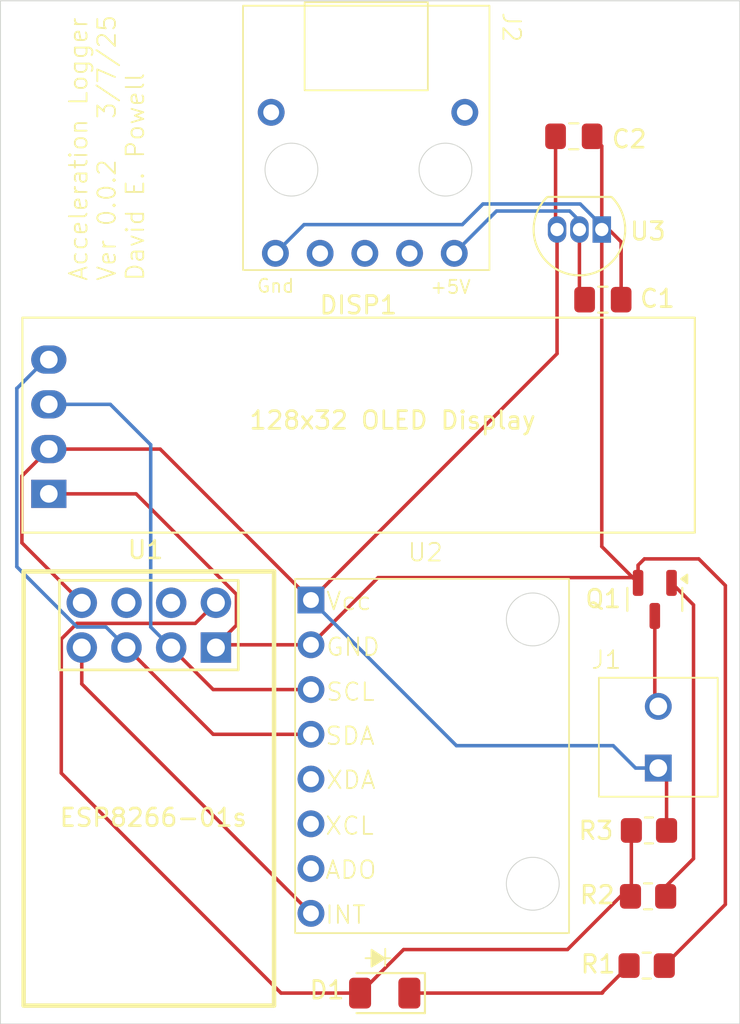
<source format=kicad_pcb>
(kicad_pcb (version 20240108) (generator "pcbnew") (generator_version "8.0")
  (layers (0 "F.Cu" signal) (31 "B.Cu" signal) (34 "B.Paste" user) (35 "F.Paste" user) (36 "B.SilkS" user "B.Silkscreen") (37 "F.SilkS" user "F.Silkscreen") (38 "B.Mask" user) (39 "F.Mask" user) (44 "Edge.Cuts" user))
  (net 0 "")
  (net 1 "Net-(DISP1-SCL)")
  (net 2 "Net-(DISP1-SDA)")
  (net 3 "Earth")
  (net 4 "+3V3")
  (net 5 "Net-(J1-Pin_2)")
  (net 6 "Net-(Q1-B)")
  (net 9 "Net-(D1-A)")
  (net 13 "Net-(D1-K)")
  (net 14 "Net-(U1-GPIO3{slash}U0RXD)")
  (net 16 "/+5V")
  (footprint "Resistor_SMD:R_0805_2012Metric_Pad1.20x1.40mm_HandSolder" (layer "F.Cu") (at 157.44 119.46)
    (property "Reference" "R2" (at -2.89 -0.08 0) (layer "F.SilkS"))
    (property "Value" "1K" (hide yes))
    (fp_line (start -0.227064 -0.735) (end 0.227064 -0.735) (stroke (width 0.12)) (layer "F.SilkS"))
    (fp_line (start -0.227064 0.735) (end 0.227064 0.735) (stroke (width 0.12)) (layer "F.SilkS"))
    (pad "1" smd roundrect (at -1 0) (size 1.2 1.4) (layers "F.Cu" "F.Paste" "F.Mask") (roundrect_rratio 0.208333) (net 9 "Net-(D1-A)"))
    (pad "2" smd roundrect (at 1 0) (size 1.2 1.4) (layers "F.Cu" "F.Paste" "F.Mask") (roundrect_rratio 0.208333) (net 6 "Net-(Q1-B)"))
  )
  (footprint "Capacitor_SMD:C_0805_2012Metric_Pad1.18x1.45mm_HandSolder" (layer "F.Cu") (at 154.8725 85.6)
    (property "Reference" "C1" (at 3.0975 -0.06 0) (layer "F.SilkS"))
    (property "Value" "1 uF" (hide yes))
    (fp_line (start -0.261252 -0.735) (end 0.261252 -0.735) (stroke (width 0.12)) (layer "F.SilkS"))
    (fp_line (start -0.261252 0.735) (end 0.261252 0.735) (stroke (width 0.12)) (layer "F.SilkS"))
    (pad "1" smd roundrect (at -1.0375 0) (size 1.175 1.45) (layers "F.Cu" "F.Paste" "F.Mask") (roundrect_rratio 0.212766) (net 16 "/+5V"))
    (pad "2" smd roundrect (at 1.0375 0) (size 1.175 1.45) (layers "F.Cu" "F.Paste" "F.Mask") (roundrect_rratio 0.212766) (net 3 "Earth"))
  )
  (footprint "Capacitor_SMD:C_0805_2012Metric_Pad1.18x1.45mm_HandSolder" (layer "F.Cu") (at 153.2225 76.33)
    (property "Reference" "C2" (at 3.1475 0.16 0) (layer "F.SilkS"))
    (property "Value" "1 uF" (hide yes))
    (fp_line (start -0.261252 -0.735) (end 0.261252 -0.735) (stroke (width 0.12)) (layer "F.SilkS"))
    (fp_line (start -0.261252 0.735) (end 0.261252 0.735) (stroke (width 0.12)) (layer "F.SilkS"))
    (pad "1" smd roundrect (at -1.0375 0) (size 1.175 1.45) (layers "F.Cu" "F.Paste" "F.Mask") (roundrect_rratio 0.212766) (net 4 "+3V3"))
    (pad "2" smd roundrect (at 1.0375 0) (size 1.175 1.45) (layers "F.Cu" "F.Paste" "F.Mask") (roundrect_rratio 0.212766) (net 3 "Earth"))
  )
  (footprint "Davids_Footprints:OLED_0.91_128x32" (layer "F.Cu") (at 123.3707 96.6102)
    (property "Reference" "DISP1" (at 17.6093 -10.7002 0) (layer "F.SilkS"))
    (property "Value" "128x32_OLED_Display" (hide yes))
    (fp_rect (start -1.4732 2.2098) (end 36.7268 -9.9902) (stroke (width 0.12)) (fill none) (layer "F.SilkS"))
    (fp_text user "128x32 OLED Display" (at 19.558 -4.1656 0) (layer "F.SilkS"))
    (pad "1" thru_hole rect (at 0.0268 0.0098) (size 2 1.6) (drill 1) (layers "*.Cu" "*.Mask" "In1.Cu" "In2.Cu" "In3.Cu" "In4.Cu" "In5.Cu" "In6.Cu" "In7.Cu" "In8.Cu" "In9.Cu" "In10.Cu" "In11.Cu" "In12.Cu" "In13.Cu" "In14.Cu" "In15.Cu" "In16.Cu" "In17.Cu" "In18.Cu" "In19.Cu" "In20.Cu" "In21.Cu" "In22.Cu" "In23.Cu" "In24.Cu" "In25.Cu" "In26.Cu" "In27.Cu" "In28.Cu" "In29.Cu" "In30.Cu") (net 3 "Earth"))
    (pad "2" thru_hole oval (at 0.0268 -2.5302) (size 2 1.6) (drill 1) (layers "*.Cu" "*.Mask" "In1.Cu" "In2.Cu" "In3.Cu" "In4.Cu" "In5.Cu" "In6.Cu" "In7.Cu" "In8.Cu" "In9.Cu" "In10.Cu" "In11.Cu" "In12.Cu" "In13.Cu" "In14.Cu" "In15.Cu" "In16.Cu" "In17.Cu" "In18.Cu" "In19.Cu" "In20.Cu" "In21.Cu" "In22.Cu" "In23.Cu" "In24.Cu" "In25.Cu" "In26.Cu" "In27.Cu" "In28.Cu" "In29.Cu" "In30.Cu") (net 4 "+3V3"))
    (pad "3" thru_hole oval (at 0.0268 -5.0702) (size 2 1.6) (drill 1) (layers "*.Cu" "*.Mask" "In1.Cu" "In2.Cu" "In3.Cu" "In4.Cu" "In5.Cu" "In6.Cu" "In7.Cu" "In8.Cu" "In9.Cu" "In10.Cu" "In11.Cu" "In12.Cu" "In13.Cu" "In14.Cu" "In15.Cu" "In16.Cu" "In17.Cu" "In18.Cu" "In19.Cu" "In20.Cu" "In21.Cu" "In22.Cu" "In23.Cu" "In24.Cu" "In25.Cu" "In26.Cu" "In27.Cu" "In28.Cu" "In29.Cu" "In30.Cu") (net 1 "Net-(DISP1-SCL)"))
    (pad "4" thru_hole oval (at 0.0268 -7.6102) (size 2 1.6) (drill 1) (layers "*.Cu" "*.Mask" "In1.Cu" "In2.Cu" "In3.Cu" "In4.Cu" "In5.Cu" "In6.Cu" "In7.Cu" "In8.Cu" "In9.Cu" "In10.Cu" "In11.Cu" "In12.Cu" "In13.Cu" "In14.Cu" "In15.Cu" "In16.Cu" "In17.Cu" "In18.Cu" "In19.Cu" "In20.Cu" "In21.Cu" "In22.Cu" "In23.Cu" "In24.Cu" "In25.Cu" "In26.Cu" "In27.Cu" "In28.Cu" "In29.Cu" "In30.Cu") (net 2 "Net-(DISP1-SDA)"))
  )
  (footprint "Davids_Footprints:USB Micro Breakout Board" (layer "F.Cu") (at 146.43 82.97 -90)
    (property "Reference" "J2" (at -12.83 -3.25 -90) (layer "F.SilkS") (effects (font (thickness 0.1))))
    (property "Value" "USB_B_Micro" (hide yes))
    (fp_rect (start -14.25 1.5) (end -9.25 8.5) (stroke (width 0.1)) (fill none) (layer "F.SilkS"))
    (fp_rect (start -14.05 -2) (end 0.95 12) (stroke (width 0.1)) (fill none) (layer "F.SilkS"))
    (fp_circle (center -4.75 9.25) (end -4.75 10.75) (stroke (width 0.05)) (fill none) (layer "Edge.Cuts"))
    (fp_circle (center -4.75 0.5) (end -4.75 2) (stroke (width 0.05)) (fill none) (layer "Edge.Cuts"))
    (pad "1" thru_hole circle (at 0 0 270) (size 1.524 1.524) (drill 0.9) (layers "*.Cu" "*.Mask" "In1.Cu" "In2.Cu" "In3.Cu" "In4.Cu" "In5.Cu" "In6.Cu" "In7.Cu" "In8.Cu" "In9.Cu" "In10.Cu" "In11.Cu" "In12.Cu" "In13.Cu" "In14.Cu" "In15.Cu" "In16.Cu" "In17.Cu" "In18.Cu" "In19.Cu" "In20.Cu" "In21.Cu" "In22.Cu" "In23.Cu" "In24.Cu" "In25.Cu" "In26.Cu" "In27.Cu" "In28.Cu" "In29.Cu" "In30.Cu") (net 16 "/+5V"))
    (pad "2" thru_hole circle (at 0 2.54 270) (size 1.524 1.524) (drill 0.9) (layers "*.Cu" "*.Mask" "In1.Cu" "In2.Cu" "In3.Cu" "In4.Cu" "In5.Cu" "In6.Cu" "In7.Cu" "In8.Cu" "In9.Cu" "In10.Cu" "In11.Cu" "In12.Cu" "In13.Cu" "In14.Cu" "In15.Cu" "In16.Cu" "In17.Cu" "In18.Cu" "In19.Cu" "In20.Cu" "In21.Cu" "In22.Cu" "In23.Cu" "In24.Cu" "In25.Cu" "In26.Cu" "In27.Cu" "In28.Cu" "In29.Cu" "In30.Cu"))
    (pad "3" thru_hole circle (at 0 5.08 270) (size 1.524 1.524) (drill 0.9) (layers "*.Cu" "*.Mask" "In1.Cu" "In2.Cu" "In3.Cu" "In4.Cu" "In5.Cu" "In6.Cu" "In7.Cu" "In8.Cu" "In9.Cu" "In10.Cu" "In11.Cu" "In12.Cu" "In13.Cu" "In14.Cu" "In15.Cu" "In16.Cu" "In17.Cu" "In18.Cu" "In19.Cu" "In20.Cu" "In21.Cu" "In22.Cu" "In23.Cu" "In24.Cu" "In25.Cu" "In26.Cu" "In27.Cu" "In28.Cu" "In29.Cu" "In30.Cu"))
    (pad "4" thru_hole circle (at 0 7.62 270) (size 1.524 1.524) (drill 0.9) (layers "*.Cu" "*.Mask" "In1.Cu" "In2.Cu" "In3.Cu" "In4.Cu" "In5.Cu" "In6.Cu" "In7.Cu" "In8.Cu" "In9.Cu" "In10.Cu" "In11.Cu" "In12.Cu" "In13.Cu" "In14.Cu" "In15.Cu" "In16.Cu" "In17.Cu" "In18.Cu" "In19.Cu" "In20.Cu" "In21.Cu" "In22.Cu" "In23.Cu" "In24.Cu" "In25.Cu" "In26.Cu" "In27.Cu" "In28.Cu" "In29.Cu" "In30.Cu"))
    (pad "5" thru_hole circle (at 0 10.16 270) (size 1.524 1.524) (drill 0.9) (layers "*.Cu" "*.Mask" "In1.Cu" "In2.Cu" "In3.Cu" "In4.Cu" "In5.Cu" "In6.Cu" "In7.Cu" "In8.Cu" "In9.Cu" "In10.Cu" "In11.Cu" "In12.Cu" "In13.Cu" "In14.Cu" "In15.Cu" "In16.Cu" "In17.Cu" "In18.Cu" "In19.Cu" "In20.Cu" "In21.Cu" "In22.Cu" "In23.Cu" "In24.Cu" "In25.Cu" "In26.Cu" "In27.Cu" "In28.Cu" "In29.Cu" "In30.Cu") (net 3 "Earth"))
    (pad "6" thru_hole circle (at -8 10.4 270) (size 1.524 1.524) (drill 0.9) (layers "*.Cu" "*.Mask" "In1.Cu" "In2.Cu" "In3.Cu" "In4.Cu" "In5.Cu" "In6.Cu" "In7.Cu" "In8.Cu" "In9.Cu" "In10.Cu" "In11.Cu" "In12.Cu" "In13.Cu" "In14.Cu" "In15.Cu" "In16.Cu" "In17.Cu" "In18.Cu" "In19.Cu" "In20.Cu" "In21.Cu" "In22.Cu" "In23.Cu" "In24.Cu" "In25.Cu" "In26.Cu" "In27.Cu" "In28.Cu" "In29.Cu" "In30.Cu"))
    (pad "7" thru_hole circle (at -8 -0.6 270) (size 1.524 1.524) (drill 0.9) (layers "*.Cu" "*.Mask" "In1.Cu" "In2.Cu" "In3.Cu" "In4.Cu" "In5.Cu" "In6.Cu" "In7.Cu" "In8.Cu" "In9.Cu" "In10.Cu" "In11.Cu" "In12.Cu" "In13.Cu" "In14.Cu" "In15.Cu" "In16.Cu" "In17.Cu" "In18.Cu" "In19.Cu" "In20.Cu" "In21.Cu" "In22.Cu" "In23.Cu" "In24.Cu" "In25.Cu" "In26.Cu" "In27.Cu" "In28.Cu" "In29.Cu" "In30.Cu"))
  )
  (footprint "Resistor_SMD:R_0805_2012Metric_Pad1.20x1.40mm_HandSolder" (layer "F.Cu") (at 157.36 123.39)
    (property "Reference" "R1" (at -2.76 -0.08 0) (layer "F.SilkS"))
    (property "Value" "1K" (hide yes))
    (fp_line (start -0.227064 -0.735) (end 0.227064 -0.735) (stroke (width 0.12)) (layer "F.SilkS"))
    (fp_line (start -0.227064 0.735) (end 0.227064 0.735) (stroke (width 0.12)) (layer "F.SilkS"))
    (pad "1" smd roundrect (at -1 0) (size 1.2 1.4) (layers "F.Cu" "F.Paste" "F.Mask") (roundrect_rratio 0.208333) (net 13 "Net-(D1-K)"))
    (pad "2" smd roundrect (at 1 0) (size 1.2 1.4) (layers "F.Cu" "F.Paste" "F.Mask") (roundrect_rratio 0.208333) (net 3 "Earth"))
  )
  (footprint "Davids_Footprints:MPU6050_Accelerometer_Module" (layer "F.Cu") (at 138.29 102.645)
    (property "Reference" "U2" (at 6.5 -2.7 0) (layer "F.SilkS") (effects (font (thickness 0.1))))
    (property "Value" "MPU6050")
    (fp_rect (start -0.9 -1.2) (end 14.66 18.9) (stroke (width 0.1)) (fill none) (layer "F.SilkS"))
    (fp_circle (center 12.6 1.1) (end 14.1 1.1) (stroke (width 0.05)) (fill none) (layer "Edge.Cuts"))
    (fp_circle (center 12.6 16.1) (end 14.1 16.1) (stroke (width 0.05)) (fill none) (layer "Edge.Cuts"))
    (fp_text user "SCL" (at 0.8 5.8 0) (layer "F.SilkS") (effects (font (thickness 0.1)) (justify left bottom)))
    (fp_text user "XDA" (at 0.8 10.8 0) (layer "F.SilkS") (effects (font (thickness 0.1)) (justify left bottom)))
    (fp_text user "XCL" (at 0.75 13.4 0) (layer "F.SilkS") (effects (font (thickness 0.1)) (justify left bottom)))
    (fp_text user "INT" (at 0.75 18.45 0) (layer "F.SilkS") (effects (font (thickness 0.1)) (justify left bottom)))
    (fp_text user "SDA" (at 0.75 8.3 0) (layer "F.SilkS") (effects (font (thickness 0.1)) (justify left bottom)))
    (fp_text user "ADO" (at 0.75 15.9 0) (layer "F.SilkS") (effects (font (thickness 0.1)) (justify left bottom)))
    (fp_text user "Vcc" (at 0.8 0.65 0) (layer "F.SilkS") (effects (font (thickness 0.1)) (justify left bottom)))
    (fp_text user "GND" (at 0.8 3.25 0) (layer "F.SilkS") (effects (font (thickness 0.1)) (justify left bottom)))
    (pad "1" thru_hole rect (at 0 0) (size 1.524 1.524) (drill 0.9) (layers "*.Cu" "*.Mask" "In1.Cu" "In2.Cu" "In3.Cu" "In4.Cu" "In5.Cu" "In6.Cu" "In7.Cu" "In8.Cu" "In9.Cu" "In10.Cu" "In11.Cu" "In12.Cu" "In13.Cu" "In14.Cu" "In15.Cu" "In16.Cu" "In17.Cu" "In18.Cu" "In19.Cu" "In20.Cu" "In21.Cu" "In22.Cu" "In23.Cu" "In24.Cu" "In25.Cu" "In26.Cu" "In27.Cu" "In28.Cu" "In29.Cu" "In30.Cu") (net 4 "+3V3"))
    (pad "2" thru_hole circle (at 0 2.54) (size 1.524 1.524) (drill 0.9) (layers "*.Cu" "*.Mask" "In1.Cu" "In2.Cu" "In3.Cu" "In4.Cu" "In5.Cu" "In6.Cu" "In7.Cu" "In8.Cu" "In9.Cu" "In10.Cu" "In11.Cu" "In12.Cu" "In13.Cu" "In14.Cu" "In15.Cu" "In16.Cu" "In17.Cu" "In18.Cu" "In19.Cu" "In20.Cu" "In21.Cu" "In22.Cu" "In23.Cu" "In24.Cu" "In25.Cu" "In26.Cu" "In27.Cu" "In28.Cu" "In29.Cu" "In30.Cu") (net 3 "Earth"))
    (pad "3" thru_hole circle (at 0 5.08) (size 1.524 1.524) (drill 0.9) (layers "*.Cu" "*.Mask" "In1.Cu" "In2.Cu" "In3.Cu" "In4.Cu" "In5.Cu" "In6.Cu" "In7.Cu" "In8.Cu" "In9.Cu" "In10.Cu" "In11.Cu" "In12.Cu" "In13.Cu" "In14.Cu" "In15.Cu" "In16.Cu" "In17.Cu" "In18.Cu" "In19.Cu" "In20.Cu" "In21.Cu" "In22.Cu" "In23.Cu" "In24.Cu" "In25.Cu" "In26.Cu" "In27.Cu" "In28.Cu" "In29.Cu" "In30.Cu") (net 1 "Net-(DISP1-SCL)"))
    (pad "4" thru_hole circle (at 0 7.62) (size 1.524 1.524) (drill 0.9) (layers "*.Cu" "*.Mask" "In1.Cu" "In2.Cu" "In3.Cu" "In4.Cu" "In5.Cu" "In6.Cu" "In7.Cu" "In8.Cu" "In9.Cu" "In10.Cu" "In11.Cu" "In12.Cu" "In13.Cu" "In14.Cu" "In15.Cu" "In16.Cu" "In17.Cu" "In18.Cu" "In19.Cu" "In20.Cu" "In21.Cu" "In22.Cu" "In23.Cu" "In24.Cu" "In25.Cu" "In26.Cu" "In27.Cu" "In28.Cu" "In29.Cu" "In30.Cu") (net 2 "Net-(DISP1-SDA)"))
    (pad "5" thru_hole circle (at 0 10.16) (size 1.524 1.524) (drill 0.9) (layers "*.Cu" "*.Mask" "In1.Cu" "In2.Cu" "In3.Cu" "In4.Cu" "In5.Cu" "In6.Cu" "In7.Cu" "In8.Cu" "In9.Cu" "In10.Cu" "In11.Cu" "In12.Cu" "In13.Cu" "In14.Cu" "In15.Cu" "In16.Cu" "In17.Cu" "In18.Cu" "In19.Cu" "In20.Cu" "In21.Cu" "In22.Cu" "In23.Cu" "In24.Cu" "In25.Cu" "In26.Cu" "In27.Cu" "In28.Cu" "In29.Cu" "In30.Cu"))
    (pad "6" thru_hole circle (at 0 12.7) (size 1.524 1.524) (drill 0.9) (layers "*.Cu" "*.Mask" "In1.Cu" "In2.Cu" "In3.Cu" "In4.Cu" "In5.Cu" "In6.Cu" "In7.Cu" "In8.Cu" "In9.Cu" "In10.Cu" "In11.Cu" "In12.Cu" "In13.Cu" "In14.Cu" "In15.Cu" "In16.Cu" "In17.Cu" "In18.Cu" "In19.Cu" "In20.Cu" "In21.Cu" "In22.Cu" "In23.Cu" "In24.Cu" "In25.Cu" "In26.Cu" "In27.Cu" "In28.Cu" "In29.Cu" "In30.Cu"))
    (pad "7" thru_hole circle (at 0 15.24) (size 1.524 1.524) (drill 0.9) (layers "*.Cu" "*.Mask" "In1.Cu" "In2.Cu" "In3.Cu" "In4.Cu" "In5.Cu" "In6.Cu" "In7.Cu" "In8.Cu" "In9.Cu" "In10.Cu" "In11.Cu" "In12.Cu" "In13.Cu" "In14.Cu" "In15.Cu" "In16.Cu" "In17.Cu" "In18.Cu" "In19.Cu" "In20.Cu" "In21.Cu" "In22.Cu" "In23.Cu" "In24.Cu" "In25.Cu" "In26.Cu" "In27.Cu" "In28.Cu" "In29.Cu" "In30.Cu"))
    (pad "8" thru_hole circle (at 0 17.78) (size 1.524 1.524) (drill 0.9) (layers "*.Cu" "*.Mask" "In1.Cu" "In2.Cu" "In3.Cu" "In4.Cu" "In5.Cu" "In6.Cu" "In7.Cu" "In8.Cu" "In9.Cu" "In10.Cu" "In11.Cu" "In12.Cu" "In13.Cu" "In14.Cu" "In15.Cu" "In16.Cu" "In17.Cu" "In18.Cu" "In19.Cu" "In20.Cu" "In21.Cu" "In22.Cu" "In23.Cu" "In24.Cu" "In25.Cu" "In26.Cu" "In27.Cu" "In28.Cu" "In29.Cu" "In30.Cu") (net 14 "Net-(U1-GPIO3{slash}U0RXD)"))
  )
  (footprint "espressif:ESP8266-01s" (layer "F.Cu") (at 132.89 102.8 -90)
    (property "Reference" "U1" (at -3 4 0) (layer "F.SilkS"))
    (property "Value" "ESP8266-01s" (at 12.192 3.556 0) (layer "F.SilkS"))
    (fp_line (start -1.778 10.922) (end -1.778 -3.302) (stroke (width 0.254)) (layer "F.SilkS"))
    (fp_line (start 22.86 10.922) (end -1.778 10.922) (stroke (width 0.254)) (layer "F.SilkS"))
    (fp_line (start -1.27 8.89) (end 3.81 8.89) (stroke (width 0.1524)) (layer "F.SilkS"))
    (fp_line (start 3.81 8.89) (end 3.81 -1.27) (stroke (width 0.1524)) (layer "F.SilkS"))
    (fp_line (start -1.27 1.27) (end -1.27 8.89) (stroke (width 0.1524)) (layer "F.SilkS"))
    (fp_line (start -1.27 -1.27) (end -1.27 1.27) (stroke (width 0.1524)) (layer "F.SilkS"))
    (fp_line (start 1.27 -1.27) (end -1.27 -1.27) (stroke (width 0.1524)) (layer "F.SilkS"))
    (fp_line (start 3.81 -1.27) (end 1.27 -1.27) (stroke (width 0.1524)) (layer "F.SilkS"))
    (fp_line (start -1.778 -3.302) (end 22.86 -3.302) (stroke (width 0.254)) (layer "F.SilkS"))
    (fp_line (start 22.86 -3.302) (end 22.86 10.922) (stroke (width 0.254)) (layer "F.SilkS"))
    (pad "1" thru_hole rect (at 2.54 0 270) (size 1.7272 1.7272) (drill 1.016) (layers "*.Cu" "*.Mask" "In1.Cu" "In2.Cu" "In3.Cu" "In4.Cu" "In5.Cu" "In6.Cu" "In7.Cu" "In8.Cu" "In9.Cu" "In10.Cu" "In11.Cu" "In12.Cu" "In13.Cu" "In14.Cu" "In15.Cu" "In16.Cu" "In17.Cu" "In18.Cu" "In19.Cu" "In20.Cu" "In21.Cu" "In22.Cu" "In23.Cu" "In24.Cu" "In25.Cu" "In26.Cu" "In27.Cu" "In28.Cu" "In29.Cu" "In30.Cu") (net 3 "Earth"))
    (pad "2" thru_hole oval (at 0 0 270) (size 1.7272 1.7272) (drill 1.016) (layers "*.Cu" "*.Mask" "In1.Cu" "In2.Cu" "In3.Cu" "In4.Cu" "In5.Cu" "In6.Cu" "In7.Cu" "In8.Cu" "In9.Cu" "In10.Cu" "In11.Cu" "In12.Cu" "In13.Cu" "In14.Cu" "In15.Cu" "In16.Cu" "In17.Cu" "In18.Cu" "In19.Cu" "In20.Cu" "In21.Cu" "In22.Cu" "In23.Cu" "In24.Cu" "In25.Cu" "In26.Cu" "In27.Cu" "In28.Cu" "In29.Cu" "In30.Cu") (net 9 "Net-(D1-A)"))
    (pad "3" thru_hole oval (at 2.54 2.54 270) (size 1.7272 1.7272) (drill 1.016) (layers "*.Cu" "*.Mask" "In1.Cu" "In2.Cu" "In3.Cu" "In4.Cu" "In5.Cu" "In6.Cu" "In7.Cu" "In8.Cu" "In9.Cu" "In10.Cu" "In11.Cu" "In12.Cu" "In13.Cu" "In14.Cu" "In15.Cu" "In16.Cu" "In17.Cu" "In18.Cu" "In19.Cu" "In20.Cu" "In21.Cu" "In22.Cu" "In23.Cu" "In24.Cu" "In25.Cu" "In26.Cu" "In27.Cu" "In28.Cu" "In29.Cu" "In30.Cu") (net 1 "Net-(DISP1-SCL)"))
    (pad "4" thru_hole oval (at 0 2.54 270) (size 1.7272 1.7272) (drill 1.016) (layers "*.Cu" "*.Mask" "In1.Cu" "In2.Cu" "In3.Cu" "In4.Cu" "In5.Cu" "In6.Cu" "In7.Cu" "In8.Cu" "In9.Cu" "In10.Cu" "In11.Cu" "In12.Cu" "In13.Cu" "In14.Cu" "In15.Cu" "In16.Cu" "In17.Cu" "In18.Cu" "In19.Cu" "In20.Cu" "In21.Cu" "In22.Cu" "In23.Cu" "In24.Cu" "In25.Cu" "In26.Cu" "In27.Cu" "In28.Cu" "In29.Cu" "In30.Cu"))
    (pad "5" thru_hole oval (at 2.54 5.08 270) (size 1.7272 1.7272) (drill 1.016) (layers "*.Cu" "*.Mask" "In1.Cu" "In2.Cu" "In3.Cu" "In4.Cu" "In5.Cu" "In6.Cu" "In7.Cu" "In8.Cu" "In9.Cu" "In10.Cu" "In11.Cu" "In12.Cu" "In13.Cu" "In14.Cu" "In15.Cu" "In16.Cu" "In17.Cu" "In18.Cu" "In19.Cu" "In20.Cu" "In21.Cu" "In22.Cu" "In23.Cu" "In24.Cu" "In25.Cu" "In26.Cu" "In27.Cu" "In28.Cu" "In29.Cu" "In30.Cu") (net 2 "Net-(DISP1-SDA)"))
    (pad "6" thru_hole oval (at 0 5.08 270) (size 1.7272 1.7272) (drill 1.016) (layers "*.Cu" "*.Mask" "In1.Cu" "In2.Cu" "In3.Cu" "In4.Cu" "In5.Cu" "In6.Cu" "In7.Cu" "In8.Cu" "In9.Cu" "In10.Cu" "In11.Cu" "In12.Cu" "In13.Cu" "In14.Cu" "In15.Cu" "In16.Cu" "In17.Cu" "In18.Cu" "In19.Cu" "In20.Cu" "In21.Cu" "In22.Cu" "In23.Cu" "In24.Cu" "In25.Cu" "In26.Cu" "In27.Cu" "In28.Cu" "In29.Cu" "In30.Cu"))
    (pad "7" thru_hole oval (at 2.54 7.62 270) (size 1.7272 1.7272) (drill 1.016) (layers "*.Cu" "*.Mask" "In1.Cu" "In2.Cu" "In3.Cu" "In4.Cu" "In5.Cu" "In6.Cu" "In7.Cu" "In8.Cu" "In9.Cu" "In10.Cu" "In11.Cu" "In12.Cu" "In13.Cu" "In14.Cu" "In15.Cu" "In16.Cu" "In17.Cu" "In18.Cu" "In19.Cu" "In20.Cu" "In21.Cu" "In22.Cu" "In23.Cu" "In24.Cu" "In25.Cu" "In26.Cu" "In27.Cu" "In28.Cu" "In29.Cu" "In30.Cu") (net 14 "Net-(U1-GPIO3{slash}U0RXD)"))
    (pad "8" thru_hole oval (at 0 7.62 270) (size 1.7272 1.7272) (drill 1.016) (layers "*.Cu" "*.Mask" "In1.Cu" "In2.Cu" "In3.Cu" "In4.Cu" "In5.Cu" "In6.Cu" "In7.Cu" "In8.Cu" "In9.Cu" "In10.Cu" "In11.Cu" "In12.Cu" "In13.Cu" "In14.Cu" "In15.Cu" "In16.Cu" "In17.Cu" "In18.Cu" "In19.Cu" "In20.Cu" "In21.Cu" "In22.Cu" "In23.Cu" "In24.Cu" "In25.Cu" "In26.Cu" "In27.Cu" "In28.Cu" "In29.Cu" "In30.Cu") (net 4 "+3V3"))
  )
  (footprint "Package_TO_SOT_THT:TO-92_Inline" (layer "F.Cu") (at 154.81 81.62 180)
    (property "Reference" "U3" (at -2.62 -0.1 0) (layer "F.SilkS"))
    (property "Value" "MCP1700x-330xxTO" (hide yes))
    (fp_line (start -0.53 1.85) (end 3.07 1.85) (stroke (width 0.12)) (layer "F.SilkS"))
    (fp_arc (start 1.27 -2.6) (mid 3.672087 -0.994977) (end 3.108478 1.838478) (stroke (width 0.12)) (layer "F.SilkS"))
    (fp_arc (start -0.568478 1.838478) (mid -1.132087 -0.994977) (end 1.27 -2.6) (stroke (width 0.12)) (layer "F.SilkS"))
    (pad "1" thru_hole rect (at 0 0 180) (size 1.05 1.5) (drill 0.75) (layers "*.Cu" "*.Mask" "In1.Cu" "In2.Cu" "In3.Cu" "In4.Cu" "In5.Cu" "In6.Cu" "In7.Cu" "In8.Cu" "In9.Cu" "In10.Cu" "In11.Cu" "In12.Cu" "In13.Cu" "In14.Cu" "In15.Cu" "In16.Cu" "In17.Cu" "In18.Cu" "In19.Cu" "In20.Cu" "In21.Cu" "In22.Cu" "In23.Cu" "In24.Cu" "In25.Cu" "In26.Cu" "In27.Cu" "In28.Cu" "In29.Cu" "In30.Cu") (net 3 "Earth"))
    (pad "2" thru_hole oval (at 1.27 0 180) (size 1.05 1.5) (drill 0.75) (layers "*.Cu" "*.Mask" "In1.Cu" "In2.Cu" "In3.Cu" "In4.Cu" "In5.Cu" "In6.Cu" "In7.Cu" "In8.Cu" "In9.Cu" "In10.Cu" "In11.Cu" "In12.Cu" "In13.Cu" "In14.Cu" "In15.Cu" "In16.Cu" "In17.Cu" "In18.Cu" "In19.Cu" "In20.Cu" "In21.Cu" "In22.Cu" "In23.Cu" "In24.Cu" "In25.Cu" "In26.Cu" "In27.Cu" "In28.Cu" "In29.Cu" "In30.Cu") (net 16 "/+5V"))
    (pad "3" thru_hole oval (at 2.54 0 180) (size 1.05 1.5) (drill 0.75) (layers "*.Cu" "*.Mask" "In1.Cu" "In2.Cu" "In3.Cu" "In4.Cu" "In5.Cu" "In6.Cu" "In7.Cu" "In8.Cu" "In9.Cu" "In10.Cu" "In11.Cu" "In12.Cu" "In13.Cu" "In14.Cu" "In15.Cu" "In16.Cu" "In17.Cu" "In18.Cu" "In19.Cu" "In20.Cu" "In21.Cu" "In22.Cu" "In23.Cu" "In24.Cu" "In25.Cu" "In26.Cu" "In27.Cu" "In28.Cu" "In29.Cu" "In30.Cu") (net 4 "+3V3"))
  )
  (footprint "LED_SMD:LED_1206_3216Metric" (layer "F.Cu") (at 142.48 124.95 180)
    (property "Reference" "D1" (at 3.28 0.17 0) (layer "F.SilkS"))
    (property "Value" "Red")
    (fp_line (start 1.6 -1.135) (end -2.285 -1.135) (stroke (width 0.12)) (layer "F.SilkS"))
    (fp_line (start -2.285 1.135) (end 1.6 1.135) (stroke (width 0.12)) (layer "F.SilkS"))
    (fp_line (start -2.285 -1.135) (end -2.285 1.135) (stroke (width 0.12)) (layer "F.SilkS"))
    (pad "1" smd roundrect (at -1.4 0 180) (size 1.25 1.75) (layers "F.Cu" "F.Paste" "F.Mask") (roundrect_rratio 0.2) (net 13 "Net-(D1-K)"))
    (pad "2" smd roundrect (at 1.4 0 180) (size 1.25 1.75) (layers "F.Cu" "F.Paste" "F.Mask") (roundrect_rratio 0.2) (net 9 "Net-(D1-A)"))
  )
  (footprint "Resistor_SMD:R_0805_2012Metric_Pad1.20x1.40mm_HandSolder" (layer "F.Cu") (at 157.49 115.72 180)
    (property "Reference" "R3" (at 3.01 -0.01 360) (layer "F.SilkS"))
    (property "Value" "1K" (hide yes))
    (fp_line (start -0.227064 0.735) (end 0.227064 0.735) (stroke (width 0.12)) (layer "F.SilkS"))
    (fp_line (start -0.227064 -0.735) (end 0.227064 -0.735) (stroke (width 0.12)) (layer "F.SilkS"))
    (pad "1" smd roundrect (at -1 0 180) (size 1.2 1.4) (layers "F.Cu" "F.Paste" "F.Mask") (roundrect_rratio 0.208333) (net 4 "+3V3"))
    (pad "2" smd roundrect (at 1 0 180) (size 1.2 1.4) (layers "F.Cu" "F.Paste" "F.Mask") (roundrect_rratio 0.208333) (net 9 "Net-(D1-A)"))
  )
  (footprint "Davids_Footprints:KF350 2 Pin Terminal Block" (layer "F.Cu") (at 158.02 112.18 90)
    (property "Reference" "J1" (at 6.14 -2.95 0) (layer "F.SilkS") (effects (font (thickness 0.1))))
    (property "Value" "Screw_Terminal_01x02" (hide yes))
    (fp_rect (start -1.625 -3.375) (end 5.125 3.375) (stroke (width 0.1)) (fill none) (layer "F.SilkS"))
    (pad "1" thru_hole rect (at 0 0 90) (size 1.524 1.524) (drill 1) (layers "*.Cu" "*.Mask" "In1.Cu" "In2.Cu" "In3.Cu" "In4.Cu" "In5.Cu" "In6.Cu" "In7.Cu" "In8.Cu" "In9.Cu" "In10.Cu" "In11.Cu" "In12.Cu" "In13.Cu" "In14.Cu" "In15.Cu" "In16.Cu" "In17.Cu" "In18.Cu" "In19.Cu" "In20.Cu" "In21.Cu" "In22.Cu" "In23.Cu" "In24.Cu" "In25.Cu" "In26.Cu" "In27.Cu" "In28.Cu" "In29.Cu" "In30.Cu") (net 4 "+3V3"))
    (pad "2" thru_hole circle (at 3.5 0 90) (size 1.524 1.524) (drill 1) (layers "*.Cu" "*.Mask" "In1.Cu" "In2.Cu" "In3.Cu" "In4.Cu" "In5.Cu" "In6.Cu" "In7.Cu" "In8.Cu" "In9.Cu" "In10.Cu" "In11.Cu" "In12.Cu" "In13.Cu" "In14.Cu" "In15.Cu" "In16.Cu" "In17.Cu" "In18.Cu" "In19.Cu" "In20.Cu" "In21.Cu" "In22.Cu" "In23.Cu" "In24.Cu" "In25.Cu" "In26.Cu" "In27.Cu" "In28.Cu" "In29.Cu" "In30.Cu") (net 5 "Net-(J1-Pin_2)"))
  )
  (footprint "Package_TO_SOT_SMD:SOT-23" (layer "F.Cu") (at 157.8225 102.61 -90)
    (property "Reference" "Q1" (at -0.03 2.9325 180) (layer "F.SilkS"))
    (property "Value" "2N3904" (hide yes))
    (fp_line (start 0 1.56) (end -0.65 1.56) (stroke (width 0.12)) (layer "F.SilkS"))
    (fp_line (start 0 1.56) (end 0.65 1.56) (stroke (width 0.12)) (layer "F.SilkS"))
    (fp_line (start 0 -1.56) (end -0.65 -1.56) (stroke (width 0.12)) (layer "F.SilkS"))
    (fp_line (start 0 -1.56) (end 0.65 -1.56) (stroke (width 0.12)) (layer "F.SilkS"))
    (fp_poly (pts (xy -1.1625 -1.51) (xy -1.4025 -1.84) (xy -0.9225 -1.84) (xy -1.1625 -1.51)) (stroke (width 0.12)) (fill solid) (layer "F.SilkS"))
    (pad "1" smd roundrect (at -0.9375 -0.95 270) (size 1.475 0.6) (layers "F.Cu" "F.Paste" "F.Mask") (net 6 "Net-(Q1-B)"))
    (pad "2" smd roundrect (at -0.9375 0.95 270) (size 1.475 0.6) (layers "F.Cu" "F.Paste" "F.Mask") (net 3 "Earth"))
    (pad "3" smd roundrect (at 0.9375 0 270) (size 1.475 0.6) (layers "F.Cu" "F.Paste" "F.Mask") (net 5 "Net-(J1-Pin_2)"))
  )
  (gr_line (start 142.81 122.97) (end 141.39 122.97) (stroke (width 0.1)) (layer "F.SilkS"))
  (gr_line (start 142.51 122.44) (end 142.51 123.4) (stroke (width 0.1)) (layer "F.SilkS"))
  (gr_poly (pts (xy 141.73 123.45) (xy 141.73 122.49) (xy 142.48 122.98) (xy 141.73 123.45)) (stroke (width 0.1)) (fill solid) (layer "F.SilkS"))
  (gr_rect (start 120.65 68.64) (end 162.65 126.7) (stroke (width 0.05)) (fill none) (layer "Edge.Cuts"))
  (gr_text "Gnd" (at 135.16 85.26 0) (layer "F.SilkS") (effects (font (size 0.75 0.75) (thickness 0.1)) (justify left bottom)))
  (gr_text "+5V" (at 145.01 85.32 0) (layer "F.SilkS") (effects (font (size 0.75 0.75) (thickness 0.1)) (justify left bottom)))
  (gr_text "Acceleration Logger\nVer 0.0.2   3/7/25\nDavid E. Powell" (at 128.89 84.6 90) (layer "F.SilkS") (effects (font (size 1 1) (thickness 0.1)) (justify left bottom)))
  (segment (start 132.735 107.725) (end 138.29 107.725) (width 0.2) (layer "F.Cu") (net 1))
  (segment (start 130.35 105.34) (end 132.735 107.725) (width 0.2) (layer "F.Cu") (net 1))
  (segment (start 129.1864 93.8364) (end 126.89 91.54) (width 0.2) (layer "B.Cu") (net 1))
  (segment (start 126.89 91.54) (end 123.3975 91.54) (width 0.2) (layer "B.Cu") (net 1))
  (segment (start 130.35 105.34) (end 129.1864 104.1764) (width 0.2) (layer "B.Cu") (net 1))
  (segment (start 129.1864 104.1764) (end 129.1864 93.8364) (width 0.2) (layer "B.Cu") (net 1))
  (segment (start 132.735 110.265) (end 138.29 110.265) (width 0.2) (layer "F.Cu") (net 2))
  (segment (start 127.81 105.34) (end 132.735 110.265) (width 0.2) (layer "F.Cu") (net 2))
  (segment (start 121.58 90.63) (end 121.59 90.63) (width 0.2) (layer "B.Cu") (net 2))
  (segment (start 121.58 100.755579) (end 121.58 90.63) (width 0.2) (layer "B.Cu") (net 2))
  (segment (start 127.81 105.34) (end 126.6464 104.1764) (width 0.2) (layer "B.Cu") (net 2))
  (segment (start 123.22 89) (end 123.3975 89) (width 0.2) (layer "B.Cu") (net 2))
  (segment (start 121.59 90.63) (end 123.22 89) (width 0.2) (layer "B.Cu") (net 2))
  (segment (start 126.6464 104.1764) (end 125.000821 104.1764) (width 0.2) (layer "B.Cu") (net 2))
  (segment (start 125.000821 104.1764) (end 121.58 100.755579) (width 0.2) (layer "B.Cu") (net 2))
  (segment (start 154.81 99.61) (end 156.8725 101.6725) (width 0.2) (layer "F.Cu") (net 3))
  (segment (start 132.89 105.34) (end 132.89 105.24) (width 0.2) (layer "F.Cu") (net 3))
  (segment (start 138.29 105.185) (end 133.045 105.185) (width 0.2) (layer "F.Cu") (net 3))
  (segment (start 160.32 100.31) (end 157.23 100.31) (width 0.2) (layer "F.Cu") (net 3))
  (segment (start 157.23 100.31) (end 156.8725 100.6675) (width 0.2) (layer "F.Cu") (net 3))
  (segment (start 134.0536 104.0764) (end 134.0536 102.318021) (width 0.2) (layer "F.Cu") (net 3))
  (segment (start 161.83 101.82) (end 160.32 100.31) (width 0.2) (layer "F.Cu") (net 3))
  (segment (start 158.36 123.39) (end 161.83 119.92) (width 0.2) (layer "F.Cu") (net 3))
  (segment (start 154.81 81.62) (end 154.81 99.61) (width 0.2) (layer "F.Cu") (net 3))
  (segment (start 142.1025 101.3725) (end 138.29 105.185) (width 0.2) (layer "F.Cu") (net 3))
  (segment (start 154.26 76.33) (end 154.81 76.88) (width 0.2) (layer "F.Cu") (net 3))
  (segment (start 154.81 76.88) (end 154.81 81.62) (width 0.2) (layer "F.Cu") (net 3))
  (segment (start 156.8725 100.6675) (end 156.8725 101.6725) (width 0.2) (layer "F.Cu") (net 3))
  (segment (start 128.355579 96.62) (end 123.3975 96.62) (width 0.2) (layer "F.Cu") (net 3))
  (segment (start 156.5725 101.3725) (end 142.1025 101.3725) (width 0.2) (layer "F.Cu") (net 3))
  (segment (start 156.8725 101.6725) (end 156.5725 101.3725) (width 0.2) (layer "F.Cu") (net 3))
  (segment (start 132.89 105.24) (end 134.0536 104.0764) (width 0.2) (layer "F.Cu") (net 3))
  (segment (start 154.81 81.62) (end 155.21 81.62) (width 0.2) (layer "F.Cu") (net 3))
  (segment (start 134.0536 102.318021) (end 128.355579 96.62) (width 0.2) (layer "F.Cu") (net 3))
  (segment (start 155.21 81.62) (end 155.91 82.32) (width 0.2) (layer "F.Cu") (net 3))
  (segment (start 133.045 105.185) (end 132.89 105.34) (width 0.2) (layer "F.Cu") (net 3))
  (segment (start 155.91 82.32) (end 155.91 85.6) (width 0.2) (layer "F.Cu") (net 3))
  (segment (start 161.83 119.92) (end 161.83 101.82) (width 0.2) (layer "F.Cu") (net 3))
  (segment (start 148.06 80.17) (end 146.89 81.34) (width 0.2) (layer "B.Cu") (net 3))
  (segment (start 154.81 81.395) (end 153.585 80.17) (width 0.2) (layer "B.Cu") (net 3))
  (segment (start 154.81 81.62) (end 154.81 81.395) (width 0.2) (layer "B.Cu") (net 3))
  (segment (start 146.89 81.34) (end 137.9 81.34) (width 0.2) (layer "B.Cu") (net 3))
  (segment (start 137.9 81.34) (end 136.27 82.97) (width 0.2) (layer "B.Cu") (net 3))
  (segment (start 153.585 80.17) (end 148.06 80.17) (width 0.2) (layer "B.Cu") (net 3))
  (segment (start 158.49 115.72) (end 158.49 112.65) (width 0.2) (layer "F.Cu") (net 4))
  (segment (start 123.3975 94.08) (end 121.87 95.6075) (width 0.2) (layer "F.Cu") (net 4))
  (segment (start 129.725 94.08) (end 138.29 102.645) (width 0.2) (layer "F.Cu") (net 4))
  (segment (start 152.27 81.62) (end 152.27 88.665) (width 0.2) (layer "F.Cu") (net 4))
  (segment (start 152.185 76.33) (end 152.185 81.535) (width 0.2) (layer "F.Cu") (net 4))
  (segment (start 123.3975 94.08) (end 129.725 94.08) (width 0.2) (layer "F.Cu") (net 4))
  (segment (start 158.49 112.65) (end 158.02 112.18) (width 0.2) (layer "F.Cu") (net 4))
  (segment (start 152.185 81.535) (end 152.27 81.62) (width 0.2) (layer "F.Cu") (net 4))
  (segment (start 121.87 99.4) (end 125.27 102.8) (width 0.2) (layer "F.Cu") (net 4))
  (segment (start 121.87 95.6075) (end 121.87 99.4) (width 0.2) (layer "F.Cu") (net 4))
  (segment (start 152.27 88.665) (end 138.29 102.645) (width 0.2) (layer "F.Cu") (net 4))
  (segment (start 138.29 102.645) (end 146.555 110.91) (width 0.2) (layer "B.Cu") (net 4))
  (segment (start 146.555 110.91) (end 155.46 110.91) (width 0.2) (layer "B.Cu") (net 4))
  (segment (start 155.46 110.91) (end 156.73 112.18) (width 0.2) (layer "B.Cu") (net 4))
  (segment (start 156.73 112.18) (end 158.02 112.18) (width 0.2) (layer "B.Cu") (net 4))
  (segment (start 157.8225 103.5475) (end 157.8225 108.4825) (width 0.2) (layer "F.Cu") (net 5))
  (segment (start 157.8225 108.4825) (end 158.02 108.68) (width 0.2) (layer "F.Cu") (net 5))
  (segment (start 160.022 117.318) (end 158.5 118.84) (width 0.2) (layer "F.Cu") (net 6))
  (segment (start 160.022 102.922) (end 160.022 117.318) (width 0.2) (layer "F.Cu") (net 6))
  (segment (start 158.7725 101.6725) (end 160.022 102.922) (width 0.2) (layer "F.Cu") (net 6))
  (segment (start 156.49 119.41) (end 156.44 119.46) (width 0.2) (layer "F.Cu") (net 9))
  (segment (start 131.72 103.97) (end 132.89 102.8) (width 0.2) (layer "F.Cu") (net 9))
  (segment (start 156.5 118.84) (end 152.86 122.48) (width 0.2) (layer "F.Cu") (net 9))
  (segment (start 124.1064 112.4664) (end 124.1064 104.858021) (width 0.2) (layer "F.Cu") (net 9))
  (segment (start 141.08 124.95) (end 136.59 124.95) (width 0.2) (layer "F.Cu") (net 9))
  (segment (start 136.59 124.95) (end 124.1064 112.4664) (width 0.2) (layer "F.Cu") (net 9))
  (segment (start 152.86 122.48) (end 143.55 122.48) (width 0.2) (layer "F.Cu") (net 9))
  (segment (start 156.49 115.72) (end 156.49 119.41) (width 0.2) (layer "F.Cu") (net 9))
  (segment (start 143.55 122.48) (end 141.08 124.95) (width 0.2) (layer "F.Cu") (net 9))
  (segment (start 124.1064 104.858021) (end 124.994421 103.97) (width 0.2) (layer "F.Cu") (net 9))
  (segment (start 124.994421 103.97) (end 131.72 103.97) (width 0.2) (layer "F.Cu") (net 9))
  (segment (start 156.36 123.39) (end 154.86 124.89) (width 0.2) (layer "F.Cu") (net 13))
  (segment (start 154.83 124.95) (end 143.88 124.95) (width 0.2) (layer "F.Cu") (net 13))
  (segment (start 154.86 124.89) (end 154.86 124.92) (width 0.2) (layer "F.Cu") (net 13))
  (segment (start 154.86 124.92) (end 154.83 124.95) (width 0.2) (layer "F.Cu") (net 13))
  (segment (start 125.27 107.405) (end 125.27 105.34) (width 0.2) (layer "F.Cu") (net 14))
  (segment (start 138.29 120.425) (end 125.27 107.405) (width 0.2) (layer "F.Cu") (net 14))
  (segment (start 153.54 85.305) (end 153.835 85.6) (width 0.2) (layer "F.Cu") (net 16))
  (segment (start 153.54 81.62) (end 153.54 85.305) (width 0.2) (layer "F.Cu") (net 16))
  (segment (start 146.43 82.97) (end 148.83 80.57) (width 0.2) (layer "B.Cu") (net 16))
  (segment (start 148.83 80.57) (end 152.99 80.57) (width 0.2) (layer "B.Cu") (net 16))
  (segment (start 152.99 80.57) (end 153.54 81.12) (width 0.2) (layer "B.Cu") (net 16))
  (segment (start 153.54 81.12) (end 153.54 81.62) (width 0.2) (layer "B.Cu") (net 16))
)
</source>
